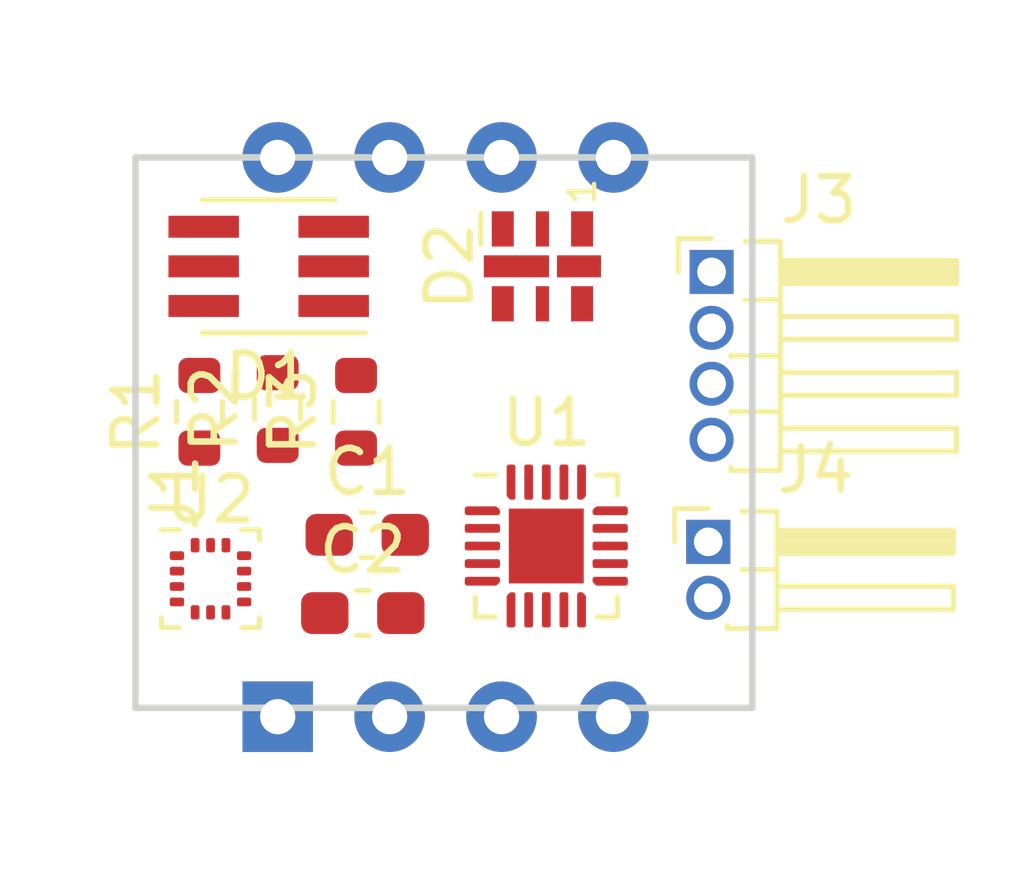
<source format=kicad_pcb>
(kicad_pcb (version 20221018) (generator pcbnew)
  (layers (0 "F.Cu" signal) (31 "B.Cu" signal) (34 "B.Paste" user) (35 "F.Paste" user) (36 "B.SilkS" user "B.Silkscreen") (37 "F.SilkS" user "F.Silkscreen") (38 "B.Mask" user) (39 "F.Mask" user) (44 "Edge.Cuts" user))
  (net 0 "")
  (net 39 "Net-(U1-GND-Pad21)")
  (net 65 "Net-(U2-GND-Pad10)")
  (footprint "Connector_PinHeader_1.27mm:PinHeader_1x04_P1.27mm_Horizontal" (layer "F.Cu") (at 56.075 46.1)
    (fp_text reference "J3" (at 2.4325 -1.635) (layer "F.SilkS"))
    (fp_text value "Conn_01x04")
    (fp_line (start -0.76 -0.76) (end 0 -0.76) (stroke (width 0.12)) (layer "F.SilkS"))
    (fp_line (start -0.76 0) (end -0.76 -0.76) (stroke (width 0.12)) (layer "F.SilkS"))
    (fp_line (start 0.44 1.889677) (end 0.44 1.920323) (stroke (width 0.12)) (layer "F.SilkS"))
    (fp_line (start 0.44 1.905) (end 1.56 1.905) (stroke (width 0.12)) (layer "F.SilkS"))
    (fp_line (start 0.44 3.159677) (end 0.44 3.190323) (stroke (width 0.12)) (layer "F.SilkS"))
    (fp_line (start 0.44 3.175) (end 1.56 3.175) (stroke (width 0.12)) (layer "F.SilkS"))
    (fp_line (start 0.44 4.505) (end 0.44 4.429677) (stroke (width 0.12)) (layer "F.SilkS"))
    (fp_line (start 0.76 -0.695) (end 1.56 -0.695) (stroke (width 0.12)) (layer "F.SilkS"))
    (fp_line (start 0.76 0.635) (end 1.56 0.635) (stroke (width 0.12)) (layer "F.SilkS"))
    (fp_line (start 1.56 -0.695) (end 1.56 4.505) (stroke (width 0.12)) (layer "F.SilkS"))
    (fp_line (start 1.56 -0.26) (end 5.56 -0.26) (stroke (width 0.12)) (layer "F.SilkS"))
    (fp_line (start 1.56 -0.2) (end 5.56 -0.2) (stroke (width 0.12)) (layer "F.SilkS"))
    (fp_line (start 1.56 -0.08) (end 5.56 -0.08) (stroke (width 0.12)) (layer "F.SilkS"))
    (fp_line (start 1.56 0.04) (end 5.56 0.04) (stroke (width 0.12)) (layer "F.SilkS"))
    (fp_line (start 1.56 0.16) (end 5.56 0.16) (stroke (width 0.12)) (layer "F.SilkS"))
    (fp_line (start 1.56 1.01) (end 5.56 1.01) (stroke (width 0.12)) (layer "F.SilkS"))
    (fp_line (start 1.56 2.28) (end 5.56 2.28) (stroke (width 0.12)) (layer "F.SilkS"))
    (fp_line (start 1.56 3.55) (end 5.56 3.55) (stroke (width 0.12)) (layer "F.SilkS"))
    (fp_line (start 1.56 4.505) (end 0.44 4.505) (stroke (width 0.12)) (layer "F.SilkS"))
    (fp_line (start 5.56 -0.26) (end 5.56 0.26) (stroke (width 0.12)) (layer "F.SilkS"))
    (fp_line (start 5.56 0.26) (end 1.56 0.26) (stroke (width 0.12)) (layer "F.SilkS"))
    (fp_line (start 5.56 1.01) (end 5.56 1.53) (stroke (width 0.12)) (layer "F.SilkS"))
    (fp_line (start 5.56 1.53) (end 1.56 1.53) (stroke (width 0.12)) (layer "F.SilkS"))
    (fp_line (start 5.56 2.28) (end 5.56 2.8) (stroke (width 0.12)) (layer "F.SilkS"))
    (fp_line (start 5.56 2.8) (end 1.56 2.8) (stroke (width 0.12)) (layer "F.SilkS"))
    (fp_line (start 5.56 3.55) (end 5.56 4.07) (stroke (width 0.12)) (layer "F.SilkS"))
    (fp_line (start 5.56 4.07) (end 1.56 4.07) (stroke (width 0.12)) (layer "F.SilkS"))
    (pad "1" thru_hole rect (at 0 0) (size 1 1) (drill 0.65) (layers "*.Cu" "*.Mask"))
    (pad "2" thru_hole oval (at 0 1.27) (size 1 1) (drill 0.65) (layers "*.Cu" "*.Mask"))
    (pad "3" thru_hole oval (at 0 2.54) (size 1 1) (drill 0.65) (layers "*.Cu" "*.Mask"))
    (pad "4" thru_hole oval (at 0 3.81) (size 1 1) (drill 0.65) (layers "*.Cu" "*.Mask"))
  )
  (footprint "LED_SMD:LED-APA102-2020" (layer "F.Cu") (at 52.236 45.974 -90)
    (fp_text reference "D2" (at 0 2.11 90) (layer "F.SilkS"))
    (fp_text value "APA102-2020")
    (fp_text user "1" (at -1.7 -0.9 90) (layer "F.SilkS") (effects (font (size 0.6 0.6) (thickness 0.1))))
    (fp_line (start -1.2 1.4) (end -0.5 1.4) (stroke (width 0.12)) (layer "F.SilkS"))
    (pad "1" smd rect (at -0.85 -0.9 270) (size 0.8 0.5) (layers "F.Cu" "F.Paste" "F.Mask"))
    (pad "1" smd rect (at 0 -0.83) (size 1 0.5) (layers "F.Cu" "F.Paste" "F.Mask"))
    (pad "2" smd rect (at -0.85 0 270) (size 0.8 0.3) (layers "F.Cu" "F.Paste" "F.Mask"))
    (pad "3" smd rect (at -0.85 0.9 270) (size 0.8 0.5) (layers "F.Cu" "F.Paste" "F.Mask"))
    (pad "4" smd rect (at 0.85 0.9 270) (size 0.8 0.5) (layers "F.Cu" "F.Paste" "F.Mask"))
    (pad "5" smd rect (at 0.85 0 270) (size 0.8 0.3) (layers "F.Cu" "F.Paste" "F.Mask"))
    (pad "6" smd rect (at 0 0.59) (size 1.48 0.5) (layers "F.Cu" "F.Paste" "F.Mask"))
    (pad "6" smd rect (at 0.85 -0.9 270) (size 0.8 0.5) (layers "F.Cu" "F.Paste" "F.Mask"))
  )
  (footprint "Resistor_SMD:R_0603_1608Metric" (layer "F.Cu") (at 48.006 49.276 90)
    (fp_text reference "R3" (at 0 -1.43 90) (layer "F.SilkS"))
    (fp_text value "R")
    (fp_line (start -0.237258 -0.5225) (end 0.237258 -0.5225) (stroke (width 0.12)) (layer "F.SilkS"))
    (fp_line (start -0.237258 0.5225) (end 0.237258 0.5225) (stroke (width 0.12)) (layer "F.SilkS"))
    (pad "1" smd roundrect (at -0.825 0 90) (size 0.8 0.95) (layers "F.Cu" "F.Paste" "F.Mask"))
    (pad "2" smd roundrect (at 0.825 0 90) (size 0.8 0.95) (layers "F.Cu" "F.Paste" "F.Mask"))
  )
  (footprint "Capacitor_SMD:C_0603_1608Metric_Pad1.08x0.95mm_HandSolder" (layer "F.Cu") (at 48.26 52.07)
    (fp_text reference "C1" (at 0 -1.43) (layer "F.SilkS"))
    (fp_text value "C")
    (fp_line (start -0.146267 -0.51) (end 0.146267 -0.51) (stroke (width 0.12)) (layer "F.SilkS"))
    (fp_line (start -0.146267 0.51) (end 0.146267 0.51) (stroke (width 0.12)) (layer "F.SilkS"))
    (pad "1" smd roundrect (at -0.8625 0) (size 1.075 0.95) (layers "F.Cu" "F.Paste" "F.Mask"))
    (pad "2" smd roundrect (at 0.8625 0) (size 1.075 0.95) (layers "F.Cu" "F.Paste" "F.Mask"))
  )
  (footprint "LED_SMD:LED_Avago_PLCC6_3x2.8mm" (layer "F.Cu") (at 46.023 45.974 180)
    (fp_text reference "D1" (at 0 -2.5) (layer "F.SilkS"))
    (fp_text value "LED_RGB")
    (fp_line (start -2.2 -1.51) (end 1.5 -1.51) (stroke (width 0.12)) (layer "F.SilkS"))
    (fp_line (start -1.5 1.51) (end 1.5 1.51) (stroke (width 0.12)) (layer "F.SilkS"))
    (pad "1" smd rect (at -1.475 -0.9 180) (size 1.6 0.5) (layers "F.Cu" "F.Paste" "F.Mask"))
    (pad "2" smd rect (at -1.475 0 180) (size 1.6 0.5) (layers "F.Cu" "F.Paste" "F.Mask"))
    (pad "3" smd rect (at -1.475 0.9 180) (size 1.6 0.5) (layers "F.Cu" "F.Paste" "F.Mask"))
    (pad "4" smd rect (at 1.475 0.9 180) (size 1.6 0.5) (layers "F.Cu" "F.Paste" "F.Mask"))
    (pad "5" smd rect (at 1.475 0 180) (size 1.6 0.5) (layers "F.Cu" "F.Paste" "F.Mask"))
    (pad "6" smd rect (at 1.475 -0.9 180) (size 1.6 0.5) (layers "F.Cu" "F.Paste" "F.Mask"))
  )
  (footprint "Resistor_SMD:R_0603_1608Metric" (layer "F.Cu") (at 44.45 49.276 90)
    (fp_text reference "R1" (at 0 -1.43 90) (layer "F.SilkS"))
    (fp_text value "R")
    (fp_line (start -0.237258 -0.5225) (end 0.237258 -0.5225) (stroke (width 0.12)) (layer "F.SilkS"))
    (fp_line (start -0.237258 0.5225) (end 0.237258 0.5225) (stroke (width 0.12)) (layer "F.SilkS"))
    (pad "1" smd roundrect (at -0.825 0 90) (size 0.8 0.95) (layers "F.Cu" "F.Paste" "F.Mask"))
    (pad "2" smd roundrect (at 0.825 0 90) (size 0.8 0.95) (layers "F.Cu" "F.Paste" "F.Mask"))
  )
  (footprint "Connector_PinHeader_1.27mm:PinHeader_1x02_P1.27mm_Horizontal" (layer "F.Cu") (at 56 52.23)
    (fp_text reference "J4" (at 2.4325 -1.635) (layer "F.SilkS"))
    (fp_text value "Conn_01x02")
    (fp_line (start -0.76 -0.76) (end 0 -0.76) (stroke (width 0.12)) (layer "F.SilkS"))
    (fp_line (start -0.76 0) (end -0.76 -0.76) (stroke (width 0.12)) (layer "F.SilkS"))
    (fp_line (start 0.44 1.965) (end 0.44 1.889677) (stroke (width 0.12)) (layer "F.SilkS"))
    (fp_line (start 0.76 -0.695) (end 1.56 -0.695) (stroke (width 0.12)) (layer "F.SilkS"))
    (fp_line (start 0.76 0.635) (end 1.56 0.635) (stroke (width 0.12)) (layer "F.SilkS"))
    (fp_line (start 1.56 -0.695) (end 1.56 1.965) (stroke (width 0.12)) (layer "F.SilkS"))
    (fp_line (start 1.56 -0.26) (end 5.56 -0.26) (stroke (width 0.12)) (layer "F.SilkS"))
    (fp_line (start 1.56 -0.2) (end 5.56 -0.2) (stroke (width 0.12)) (layer "F.SilkS"))
    (fp_line (start 1.56 -0.08) (end 5.56 -0.08) (stroke (width 0.12)) (layer "F.SilkS"))
    (fp_line (start 1.56 0.04) (end 5.56 0.04) (stroke (width 0.12)) (layer "F.SilkS"))
    (fp_line (start 1.56 0.16) (end 5.56 0.16) (stroke (width 0.12)) (layer "F.SilkS"))
    (fp_line (start 1.56 1.01) (end 5.56 1.01) (stroke (width 0.12)) (layer "F.SilkS"))
    (fp_line (start 1.56 1.965) (end 0.44 1.965) (stroke (width 0.12)) (layer "F.SilkS"))
    (fp_line (start 5.56 -0.26) (end 5.56 0.26) (stroke (width 0.12)) (layer "F.SilkS"))
    (fp_line (start 5.56 0.26) (end 1.56 0.26) (stroke (width 0.12)) (layer "F.SilkS"))
    (fp_line (start 5.56 1.01) (end 5.56 1.53) (stroke (width 0.12)) (layer "F.SilkS"))
    (fp_line (start 5.56 1.53) (end 1.56 1.53) (stroke (width 0.12)) (layer "F.SilkS"))
    (pad "1" thru_hole rect (at 0 0) (size 1 1) (drill 0.65) (layers "*.Cu" "*.Mask"))
    (pad "2" thru_hole oval (at 0 1.27) (size 1 1) (drill 0.65) (layers "*.Cu" "*.Mask"))
  )
  (footprint "Capacitor_SMD:C_0603_1608Metric_Pad1.08x0.95mm_HandSolder" (layer "F.Cu") (at 48.1595 53.848)
    (fp_text reference "C2" (at 0 -1.43) (layer "F.SilkS"))
    (fp_text value "C")
    (fp_line (start -0.146267 -0.51) (end 0.146267 -0.51) (stroke (width 0.12)) (layer "F.SilkS"))
    (fp_line (start -0.146267 0.51) (end 0.146267 0.51) (stroke (width 0.12)) (layer "F.SilkS"))
    (pad "1" smd roundrect (at -0.8625 0) (size 1.075 0.95) (layers "F.Cu" "F.Paste" "F.Mask"))
    (pad "2" smd roundrect (at 0.8625 0) (size 1.075 0.95) (layers "F.Cu" "F.Paste" "F.Mask"))
  )
  (footprint "TinyPulse:DIP-8_W10.16mm" (layer "F.Cu") (at 46.228 56.2 90)
    (fp_text reference "J1" (at 5.08 -2.33 90) (layer "F.SilkS"))
    (fp_text value "Conn_01x08")
    (pad "1" thru_hole rect (at 0 0 90) (size 1.6 1.6) (drill 0.8) (layers "*.Cu" "*.Mask"))
    (pad "2" thru_hole oval (at 0 2.54 90) (size 1.6 1.6) (drill 0.8) (layers "*.Cu" "*.Mask"))
    (pad "3" thru_hole oval (at 0 5.08 90) (size 1.6 1.6) (drill 0.8) (layers "*.Cu" "*.Mask"))
    (pad "4" thru_hole oval (at 0 7.62 90) (size 1.6 1.6) (drill 0.8) (layers "*.Cu" "*.Mask"))
    (pad "5" thru_hole oval (at 12.7 7.62 90) (size 1.6 1.6) (drill 0.8) (layers "*.Cu" "*.Mask"))
    (pad "6" thru_hole oval (at 12.7 5.08 90) (size 1.6 1.6) (drill 0.8) (layers "*.Cu" "*.Mask"))
    (pad "7" thru_hole oval (at 12.7 2.54 90) (size 1.6 1.6) (drill 0.8) (layers "*.Cu" "*.Mask"))
    (pad "8" thru_hole oval (at 12.7 0 90) (size 1.6 1.6) (drill 0.8) (layers "*.Cu" "*.Mask"))
  )
  (footprint "Package_DFN_QFN:VQFN-20-1EP_3x3mm_P0.4mm_EP1.7x1.7mm" (layer "F.Cu") (at 52.324 52.324)
    (fp_text reference "U1" (at 0 -2.8) (layer "F.SilkS"))
    (fp_text value "ATtiny1616-M")
    (fp_line (start -1.61 1.61) (end -1.61 1.16) (stroke (width 0.12)) (layer "F.SilkS"))
    (fp_line (start -1.16 -1.61) (end -1.61 -1.61) (stroke (width 0.12)) (layer "F.SilkS"))
    (fp_line (start -1.16 1.61) (end -1.61 1.61) (stroke (width 0.12)) (layer "F.SilkS"))
    (fp_line (start 1.16 -1.61) (end 1.61 -1.61) (stroke (width 0.12)) (layer "F.SilkS"))
    (fp_line (start 1.16 1.61) (end 1.61 1.61) (stroke (width 0.12)) (layer "F.SilkS"))
    (fp_line (start 1.61 -1.61) (end 1.61 -1.16) (stroke (width 0.12)) (layer "F.SilkS"))
    (fp_line (start 1.61 1.61) (end 1.61 1.16) (stroke (width 0.12)) (layer "F.SilkS"))
    (pad "1" smd custom (at -1.45 -0.8) (size 0.143431 0.143431) (layers "F.Cu" "F.Paste" "F.Mask") (options (clearance outline) (anchor circle)) (primitives (gr_poly (pts (xy 0.35 0.000711) (xy 0.35 0.05) (xy -0.35 0.05) (xy -0.35 -0.05) (xy 0.299289 -0.05)) (width 0.1) (fill yes))))
    (pad "2" smd roundrect (at -1.45 -0.4) (size 0.8 0.2) (layers "F.Cu" "F.Paste" "F.Mask"))
    (pad "3" smd roundrect (at -1.45 0) (size 0.8 0.2) (layers "F.Cu" "F.Paste" "F.Mask") (net 39 "Net-(U1-GND-Pad21)"))
    (pad "4" smd roundrect (at -1.45 0.4) (size 0.8 0.2) (layers "F.Cu" "F.Paste" "F.Mask"))
    (pad "5" smd custom (at -1.45 0.8) (size 0.143431 0.143431) (layers "F.Cu" "F.Paste" "F.Mask") (options (clearance outline) (anchor circle)) (primitives (gr_poly (pts (xy 0.35 -0.000711) (xy 0.299289 0.05) (xy -0.35 0.05) (xy -0.35 -0.05) (xy 0.35 -0.05)) (width 0.1) (fill yes))))
    (pad "6" smd custom (at -0.8 1.45) (size 0.143431 0.143431) (layers "F.Cu" "F.Paste" "F.Mask") (options (clearance outline) (anchor circle)) (primitives (gr_poly (pts (xy 0.05 0.35) (xy -0.05 0.35) (xy -0.05 -0.299289) (xy 0.000711 -0.35) (xy 0.05 -0.35)) (width 0.1) (fill yes))))
    (pad "7" smd roundrect (at -0.4 1.45) (size 0.2 0.8) (layers "F.Cu" "F.Paste" "F.Mask"))
    (pad "8" smd roundrect (at 0 1.45) (size 0.2 0.8) (layers "F.Cu" "F.Paste" "F.Mask"))
    (pad "9" smd roundrect (at 0.4 1.45) (size 0.2 0.8) (layers "F.Cu" "F.Paste" "F.Mask"))
    (pad "10" smd custom (at 0.8 1.45) (size 0.143431 0.143431) (layers "F.Cu" "F.Paste" "F.Mask") (options (clearance outline) (anchor circle)) (primitives (gr_poly (pts (xy 0.05 -0.299289) (xy 0.05 0.35) (xy -0.05 0.35) (xy -0.05 -0.35) (xy -0.000711 -0.35)) (width 0.1) (fill yes))))
    (pad "11" smd custom (at 1.45 0.8) (size 0.143431 0.143431) (layers "F.Cu" "F.Paste" "F.Mask") (options (clearance outline) (anchor circle)) (primitives (gr_poly (pts (xy 0.35 0.05) (xy -0.299289 0.05) (xy -0.35 -0.000711) (xy -0.35 -0.05) (xy 0.35 -0.05)) (width 0.1) (fill yes))))
    (pad "12" smd roundrect (at 1.45 0.4) (size 0.8 0.2) (layers "F.Cu" "F.Paste" "F.Mask"))
    (pad "13" smd roundrect (at 1.45 0) (size 0.8 0.2) (layers "F.Cu" "F.Paste" "F.Mask"))
    (pad "14" smd roundrect (at 1.45 -0.4) (size 0.8 0.2) (layers "F.Cu" "F.Paste" "F.Mask"))
    (pad "15" smd custom (at 1.45 -0.8) (size 0.143431 0.143431) (layers "F.Cu" "F.Paste" "F.Mask") (options (clearance outline) (anchor circle)) (primitives (gr_poly (pts (xy 0.35 0.05) (xy -0.35 0.05) (xy -0.35 0.000711) (xy -0.299289 -0.05) (xy 0.35 -0.05)) (width 0.1) (fill yes))))
    (pad "16" smd custom (at 0.8 -1.45) (size 0.143431 0.143431) (layers "F.Cu" "F.Paste" "F.Mask") (options (clearance outline) (anchor circle)) (primitives (gr_poly (pts (xy 0.05 0.299289) (xy -0.000711 0.35) (xy -0.05 0.35) (xy -0.05 -0.35) (xy 0.05 -0.35)) (width 0.1) (fill yes))))
    (pad "17" smd roundrect (at 0.4 -1.45) (size 0.2 0.8) (layers "F.Cu" "F.Paste" "F.Mask"))
    (pad "18" smd roundrect (at 0 -1.45) (size 0.2 0.8) (layers "F.Cu" "F.Paste" "F.Mask"))
    (pad "19" smd roundrect (at -0.4 -1.45) (size 0.2 0.8) (layers "F.Cu" "F.Paste" "F.Mask"))
    (pad "20" smd custom (at -0.8 -1.45) (size 0.143431 0.143431) (layers "F.Cu" "F.Paste" "F.Mask") (options (clearance outline) (anchor circle)) (primitives (gr_poly (pts (xy 0.05 0.35) (xy 0.000711 0.35) (xy -0.05 0.299289) (xy -0.05 -0.35) (xy 0.05 -0.35)) (width 0.1) (fill yes))))
    (pad "21" smd rect (at 0 0) (size 1.7 1.7) (layers "F.Cu" "F.Mask") (net 39 "Net-(U1-GND-Pad21)"))
  )
  (footprint "Resistor_SMD:R_0603_1608Metric" (layer "F.Cu") (at 46.228 49.213 90)
    (fp_text reference "R2" (at 0 -1.43 90) (layer "F.SilkS"))
    (fp_text value "R")
    (fp_line (start -0.237258 -0.5225) (end 0.237258 -0.5225) (stroke (width 0.12)) (layer "F.SilkS"))
    (fp_line (start -0.237258 0.5225) (end 0.237258 0.5225) (stroke (width 0.12)) (layer "F.SilkS"))
    (pad "1" smd roundrect (at -0.825 0 90) (size 0.8 0.95) (layers "F.Cu" "F.Paste" "F.Mask"))
    (pad "2" smd roundrect (at 0.825 0 90) (size 0.8 0.95) (layers "F.Cu" "F.Paste" "F.Mask"))
  )
  (footprint "Package_LGA:LGA-14_2x2mm_P0.35mm_LayoutBorder3x4y" (layer "F.Cu") (at 44.7035 53.069)
    (fp_text reference "U2" (at 0 -1.8) (layer "F.SilkS"))
    (fp_text value "LIS2DH")
    (fp_line (start -1.11 1.11) (end -1.11 0.885) (stroke (width 0.12)) (layer "F.SilkS"))
    (fp_line (start -0.71 -1.11) (end -1.11 -1.11) (stroke (width 0.12)) (layer "F.SilkS"))
    (fp_line (start -0.71 1.11) (end -1.11 1.11) (stroke (width 0.12)) (layer "F.SilkS"))
    (fp_line (start 0.71 -1.11) (end 1.11 -1.11) (stroke (width 0.12)) (layer "F.SilkS"))
    (fp_line (start 0.71 1.11) (end 1.11 1.11) (stroke (width 0.12)) (layer "F.SilkS"))
    (fp_line (start 1.11 -1.11) (end 1.11 -0.885) (stroke (width 0.12)) (layer "F.SilkS"))
    (fp_line (start 1.11 1.11) (end 1.11 0.885) (stroke (width 0.12)) (layer "F.SilkS"))
    (pad "1" smd roundrect (at -0.7625 -0.525) (size 0.325 0.2) (layers "F.Cu" "F.Paste" "F.Mask"))
    (pad "2" smd roundrect (at -0.7625 -0.175) (size 0.325 0.2) (layers "F.Cu" "F.Paste" "F.Mask"))
    (pad "3" smd roundrect (at -0.7625 0.175) (size 0.325 0.2) (layers "F.Cu" "F.Paste" "F.Mask"))
    (pad "4" smd roundrect (at -0.7625 0.525) (size 0.325 0.2) (layers "F.Cu" "F.Paste" "F.Mask"))
    (pad "5" smd roundrect (at -0.35 0.7625) (size 0.2 0.325) (layers "F.Cu" "F.Paste" "F.Mask"))
    (pad "6" smd roundrect (at 0 0.7625) (size 0.2 0.325) (layers "F.Cu" "F.Paste" "F.Mask"))
    (pad "7" smd roundrect (at 0.35 0.7625) (size 0.2 0.325) (layers "F.Cu" "F.Paste" "F.Mask"))
    (pad "8" smd roundrect (at 0.7625 0.525) (size 0.325 0.2) (layers "F.Cu" "F.Paste" "F.Mask"))
    (pad "9" smd roundrect (at 0.7625 0.175) (size 0.325 0.2) (layers "F.Cu" "F.Paste" "F.Mask") (net 65 "Net-(U2-GND-Pad10)"))
    (pad "10" smd roundrect (at 0.7625 -0.175) (size 0.325 0.2) (layers "F.Cu" "F.Paste" "F.Mask") (net 65 "Net-(U2-GND-Pad10)"))
    (pad "11" smd roundrect (at 0.7625 -0.525) (size 0.325 0.2) (layers "F.Cu" "F.Paste" "F.Mask") (net 65 "Net-(U2-GND-Pad10)"))
    (pad "12" smd roundrect (at 0.35 -0.7625) (size 0.2 0.325) (layers "F.Cu" "F.Paste" "F.Mask") (net 65 "Net-(U2-GND-Pad10)"))
    (pad "13" smd roundrect (at 0 -0.7625) (size 0.2 0.325) (layers "F.Cu" "F.Paste" "F.Mask") (net 65 "Net-(U2-GND-Pad10)"))
    (pad "14" smd roundrect (at -0.35 -0.7625) (size 0.2 0.325) (layers "F.Cu" "F.Paste" "F.Mask") (net 65 "Net-(U2-GND-Pad10)"))
  )
  (gr_line (start 43 56) (end 43 43.5) (stroke (width 0.15)) (layer "Edge.Cuts"))
  (gr_line (start 57 56) (end 43 56) (stroke (width 0.15)) (layer "Edge.Cuts"))
  (gr_line (start 57 43.5) (end 57 56) (stroke (width 0.15)) (layer "Edge.Cuts"))
  (gr_line (start 43 43.5) (end 57 43.5) (stroke (width 0.15)) (layer "Edge.Cuts"))
)
</source>
